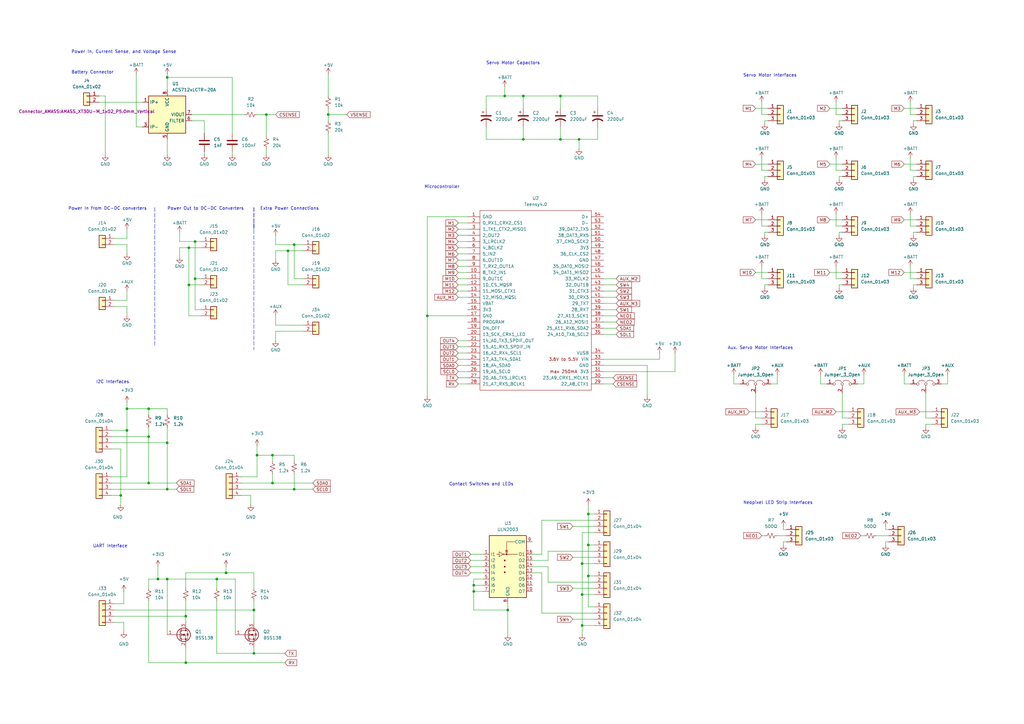
<source format=kicad_sch>
(kicad_sch (version 20211123) (generator eeschema)
  (paper "A3")
  (junction (at 76.2 252.73))
  (junction (at 241.3 236.22))
  (junction (at 77.47 101.6))
  (junction (at 120.65 100.33))
  (junction (at 238.76 231.14))
  (junction (at 229.87 39.37))
  (junction (at 49.53 203.2))
  (junction (at 241.3 210.82))
  (junction (at 77.47 116.84))
  (junction (at 52.07 176.53))
  (junction (at 68.58 237.49))
  (junction (at 105.41 186.69))
  (junction (at 80.01 114.3))
  (junction (at 208.28 250.19))
  (junction (at 111.76 186.69))
  (junction (at 194.31 242.57))
  (junction (at 214.63 57.15))
  (junction (at 237.49 57.15))
  (junction (at 109.22 46.99))
  (junction (at 238.76 256.54))
  (junction (at 76.2 271.78))
  (junction (at 238.76 243.84))
  (junction (at 68.58 200.66))
  (junction (at 92.71 234.95))
  (junction (at 118.11 102.87))
  (junction (at 111.76 198.12))
  (junction (at 207.01 39.37))
  (junction (at 104.14 250.19))
  (junction (at 175.26 129.54))
  (junction (at 80.01 99.06))
  (junction (at 88.9 237.49))
  (junction (at 60.96 198.12))
  (junction (at 60.96 167.64))
  (junction (at 68.58 181.61))
  (junction (at 60.96 179.07))
  (junction (at 52.07 167.64))
  (junction (at 241.3 223.52))
  (junction (at 104.14 267.97))
  (junction (at 214.63 39.37))
  (junction (at 229.87 57.15))
  (junction (at 194.31 240.03))
  (junction (at 64.77 237.49))
  (junction (at 120.65 200.66))
  (junction (at 68.58 31.75))
  (junction (at 134.62 46.99))
  (wire (pts (xy 199.39 44.45) (xy 199.39 39.37)))
  (wire (pts (xy 241.3 223.52) (xy 241.3 210.82)))
  (wire (pts (xy 238.76 256.54) (xy 243.84 256.54)))
  (wire (pts (xy 370.84 157.48) (xy 373.38 157.48)))
  (wire (pts (xy 247.65 132.08) (xy 252.73 132.08)))
  (wire (pts (xy 52.07 97.79) (xy 52.07 93.98)))
  (wire (pts (xy 359.41 219.71) (xy 364.49 219.71)))
  (wire (pts (xy 312.42 109.22) (xy 312.42 114.3)))
  (wire (pts (xy 49.53 184.15) (xy 45.72 184.15)))
  (wire (pts (xy 64.77 237.49) (xy 60.96 237.49)))
  (wire (pts (xy 60.96 237.49) (xy 60.96 241.3)))
  (wire (pts (xy 68.58 200.66) (xy 72.39 200.66)))
  (wire (pts (xy 238.76 218.44) (xy 238.76 231.14)))
  (wire (pts (xy 322.58 222.25) (xy 321.31 222.25)))
  (wire (pts (xy 314.96 116.84) (xy 313.69 116.84)))
  (wire (pts (xy 80.01 99.06) (xy 80.01 114.3)))
  (wire (pts (xy 76.2 265.43) (xy 76.2 271.78)))
  (wire (pts (xy 379.73 175.26) (xy 379.73 173.99)))
  (wire (pts (xy 45.72 203.2) (xy 49.53 203.2)))
  (wire (pts (xy 50.8 242.57) (xy 50.8 247.65)))
  (wire (pts (xy 104.14 246.38) (xy 104.14 250.19)))
  (wire (pts (xy 321.31 222.25) (xy 321.31 223.52)))
  (wire (pts (xy 243.84 210.82) (xy 241.3 210.82)))
  (wire (pts (xy 120.65 114.3) (xy 120.65 100.33)))
  (wire (pts (xy 124.46 100.33) (xy 120.65 100.33)))
  (wire (pts (xy 218.44 234.95) (xy 222.25 234.95)))
  (wire (pts (xy 64.77 232.41) (xy 64.77 237.49)))
  (wire (pts (xy 353.06 219.71) (xy 354.33 219.71)))
  (wire (pts (xy 120.65 189.23) (xy 120.65 186.69)))
  (wire (pts (xy 373.38 41.91) (xy 373.38 46.99)))
  (wire (pts (xy 370.84 111.76) (xy 375.92 111.76)))
  (wire (pts (xy 224.79 232.41) (xy 218.44 232.41)))
  (wire (pts (xy 187.96 119.38) (xy 191.77 119.38)))
  (wire (pts (xy 187.96 101.6) (xy 191.77 101.6)))
  (wire (pts (xy 373.38 92.71) (xy 375.92 92.71)))
  (wire (pts (xy 309.88 173.99) (xy 312.42 173.99)))
  (wire (pts (xy 113.03 133.35) (xy 124.46 133.35)))
  (wire (pts (xy 224.79 226.06) (xy 224.79 229.87)))
  (wire (pts (xy 60.96 198.12) (xy 72.39 198.12)))
  (wire (pts (xy 49.53 203.2) (xy 49.53 184.15)))
  (wire (pts (xy 312.42 92.71) (xy 314.96 92.71)))
  (wire (pts (xy 187.96 91.44) (xy 191.77 91.44)))
  (wire (pts (xy 234.95 215.9) (xy 243.84 215.9)))
  (wire (pts (xy 312.42 64.77) (xy 312.42 69.85)))
  (wire (pts (xy 134.62 46.99) (xy 134.62 49.53)))
  (wire (pts (xy 68.58 181.61) (xy 68.58 175.26)))
  (wire (pts (xy 60.96 271.78) (xy 76.2 271.78)))
  (wire (pts (xy 374.65 49.53) (xy 374.65 50.8)))
  (wire (pts (xy 342.9 87.63) (xy 342.9 92.71)))
  (wire (pts (xy 243.84 213.36) (xy 222.25 213.36)))
  (wire (pts (xy 318.77 157.48) (xy 318.77 153.67)))
  (wire (pts (xy 309.88 175.26) (xy 309.88 173.99)))
  (wire (pts (xy 187.96 106.68) (xy 191.77 106.68)))
  (wire (pts (xy 340.36 44.45) (xy 345.44 44.45)))
  (wire (pts (xy 60.96 167.64) (xy 60.96 170.18)))
  (wire (pts (xy 52.07 100.33) (xy 52.07 104.14)))
  (wire (pts (xy 105.41 182.88) (xy 105.41 186.69)))
  (wire (pts (xy 187.96 144.78) (xy 191.77 144.78)))
  (wire (pts (xy 234.95 254) (xy 243.84 254)))
  (wire (pts (xy 265.43 149.86) (xy 265.43 162.56)))
  (wire (pts (xy 68.58 30.48) (xy 68.58 31.75)))
  (wire (pts (xy 214.63 39.37) (xy 229.87 39.37)))
  (wire (pts (xy 312.42 69.85) (xy 314.96 69.85)))
  (wire (pts (xy 208.28 247.65) (xy 208.28 250.19)))
  (wire (pts (xy 76.2 255.27) (xy 76.2 252.73)))
  (wire (pts (xy 193.04 227.33) (xy 198.12 227.33)))
  (wire (pts (xy 373.38 87.63) (xy 373.38 92.71)))
  (wire (pts (xy 345.44 72.39) (xy 344.17 72.39)))
  (wire (pts (xy 237.49 57.15) (xy 237.49 60.96)))
  (wire (pts (xy 321.31 217.17) (xy 322.58 217.17)))
  (wire (pts (xy 187.96 121.92) (xy 191.77 121.92)))
  (wire (pts (xy 363.22 215.9) (xy 363.22 217.17)))
  (wire (pts (xy 345.44 175.26) (xy 345.44 173.99)))
  (wire (pts (xy 187.96 142.24) (xy 191.77 142.24)))
  (wire (pts (xy 312.42 46.99) (xy 314.96 46.99)))
  (wire (pts (xy 187.96 99.06) (xy 191.77 99.06)))
  (wire (pts (xy 238.76 243.84) (xy 238.76 256.54)))
  (wire (pts (xy 374.65 95.25) (xy 374.65 96.52)))
  (wire (pts (xy 373.38 109.22) (xy 373.38 114.3)))
  (wire (pts (xy 314.96 49.53) (xy 313.69 49.53)))
  (wire (pts (xy 50.8 255.27) (xy 50.8 259.08)))
  (wire (pts (xy 193.04 234.95) (xy 198.12 234.95)))
  (wire (pts (xy 60.96 179.07) (xy 60.96 175.26)))
  (wire (pts (xy 73.66 101.6) (xy 73.66 105.41)))
  (wire (pts (xy 77.47 116.84) (xy 77.47 101.6)))
  (wire (pts (xy 68.58 237.49) (xy 88.9 237.49)))
  (wire (pts (xy 40.64 41.91) (xy 58.42 41.91)))
  (wire (pts (xy 379.73 171.45) (xy 382.27 171.45)))
  (wire (pts (xy 214.63 44.45) (xy 214.63 39.37)))
  (wire (pts (xy 102.87 203.2) (xy 102.87 207.01)))
  (wire (pts (xy 105.41 46.99) (xy 109.22 46.99)))
  (wire (pts (xy 46.99 125.73) (xy 52.07 125.73)))
  (wire (pts (xy 82.55 114.3) (xy 80.01 114.3)))
  (wire (pts (xy 386.08 157.48) (xy 388.62 157.48)))
  (wire (pts (xy 309.88 161.29) (xy 309.88 171.45)))
  (wire (pts (xy 243.84 238.76) (xy 224.79 238.76)))
  (wire (pts (xy 68.58 260.35) (xy 68.58 237.49)))
  (wire (pts (xy 88.9 267.97) (xy 104.14 267.97)))
  (wire (pts (xy 312.42 171.45) (xy 309.88 171.45)))
  (wire (pts (xy 229.87 39.37) (xy 229.87 44.45)))
  (wire (pts (xy 187.96 109.22) (xy 191.77 109.22)))
  (wire (pts (xy 344.17 95.25) (xy 344.17 96.52)))
  (wire (pts (xy 104.14 234.95) (xy 104.14 241.3)))
  (wire (pts (xy 88.9 237.49) (xy 88.9 241.3)))
  (wire (pts (xy 52.07 167.64) (xy 52.07 176.53)))
  (wire (pts (xy 247.65 137.16) (xy 252.73 137.16)))
  (wire (pts (xy 105.41 186.69) (xy 111.76 186.69)))
  (wire (pts (xy 243.84 226.06) (xy 224.79 226.06)))
  (wire (pts (xy 309.88 44.45) (xy 314.96 44.45)))
  (wire (pts (xy 229.87 57.15) (xy 237.49 57.15)))
  (wire (pts (xy 199.39 39.37) (xy 207.01 39.37)))
  (wire (pts (xy 83.82 62.23) (xy 83.82 63.5)))
  (wire (pts (xy 300.99 157.48) (xy 303.53 157.48)))
  (wire (pts (xy 276.86 144.78) (xy 276.86 152.4)))
  (wire (pts (xy 241.3 248.92) (xy 241.3 236.22)))
  (wire (pts (xy 104.14 267.97) (xy 116.84 267.97)))
  (wire (pts (xy 78.74 46.99) (xy 100.33 46.99)))
  (wire (pts (xy 374.65 72.39) (xy 374.65 73.66)))
  (wire (pts (xy 313.69 49.53) (xy 313.69 50.8)))
  (wire (pts (xy 187.96 111.76) (xy 191.77 111.76)))
  (wire (pts (xy 78.74 49.53) (xy 83.82 49.53)))
  (wire (pts (xy 247.65 147.32) (xy 270.51 147.32)))
  (wire (pts (xy 187.96 157.48) (xy 191.77 157.48)))
  (wire (pts (xy 118.11 102.87) (xy 113.03 102.87)))
  (wire (pts (xy 247.65 129.54) (xy 252.73 129.54)))
  (wire (pts (xy 247.65 121.92) (xy 252.73 121.92)))
  (wire (pts (xy 175.26 88.9) (xy 175.26 129.54)))
  (wire (pts (xy 109.22 46.99) (xy 113.03 46.99)))
  (wire (pts (xy 113.03 133.35) (xy 113.03 129.54)))
  (wire (pts (xy 342.9 114.3) (xy 345.44 114.3)))
  (wire (pts (xy 363.22 222.25) (xy 363.22 223.52)))
  (wire (pts (xy 238.76 231.14) (xy 238.76 243.84)))
  (wire (pts (xy 208.28 250.19) (xy 208.28 260.35)))
  (wire (pts (xy 344.17 116.84) (xy 344.17 118.11)))
  (wire (pts (xy 345.44 116.84) (xy 344.17 116.84)))
  (wire (pts (xy 187.96 104.14) (xy 191.77 104.14)))
  (wire (pts (xy 313.69 116.84) (xy 313.69 118.11)))
  (wire (pts (xy 187.96 93.98) (xy 191.77 93.98)))
  (wire (pts (xy 379.73 161.29) (xy 379.73 171.45)))
  (wire (pts (xy 187.96 114.3) (xy 191.77 114.3)))
  (wire (pts (xy 80.01 99.06) (xy 73.66 99.06)))
  (wire (pts (xy 309.88 111.76) (xy 314.96 111.76)))
  (wire (pts (xy 124.46 102.87) (xy 118.11 102.87)))
  (wire (pts (xy 342.9 41.91) (xy 342.9 46.99)))
  (wire (pts (xy 270.51 147.32) (xy 270.51 144.78)))
  (wire (pts (xy 187.96 149.86) (xy 191.77 149.86)))
  (wire (pts (xy 193.04 232.41) (xy 198.12 232.41)))
  (wire (pts (xy 340.36 111.76) (xy 345.44 111.76)))
  (wire (pts (xy 194.31 240.03) (xy 194.31 242.57)))
  (wire (pts (xy 99.06 200.66) (xy 120.65 200.66)))
  (polyline (pts (xy 104.14 91.44) (xy 104.14 93.98)))
  (wire (pts (xy 321.31 215.9) (xy 321.31 217.17)))
  (wire (pts (xy 373.38 64.77) (xy 373.38 69.85)))
  (wire (pts (xy 370.84 44.45) (xy 375.92 44.45)))
  (wire (pts (xy 194.31 237.49) (xy 194.31 240.03)))
  (wire (pts (xy 120.65 200.66) (xy 128.27 200.66)))
  (wire (pts (xy 113.03 102.87) (xy 113.03 106.68)))
  (wire (pts (xy 104.14 250.19) (xy 104.14 255.27)))
  (wire (pts (xy 314.96 72.39) (xy 313.69 72.39)))
  (wire (pts (xy 45.72 181.61) (xy 68.58 181.61)))
  (wire (pts (xy 191.77 129.54) (xy 175.26 129.54)))
  (wire (pts (xy 276.86 152.4) (xy 247.65 152.4)))
  (wire (pts (xy 238.76 218.44) (xy 243.84 218.44)))
  (wire (pts (xy 50.8 247.65) (xy 46.99 247.65)))
  (wire (pts (xy 118.11 116.84) (xy 118.11 102.87)))
  (wire (pts (xy 375.92 49.53) (xy 374.65 49.53)))
  (wire (pts (xy 46.99 100.33) (xy 52.07 100.33)))
  (polyline (pts (xy 104.14 85.09) (xy 104.14 143.51)))
  (wire (pts (xy 187.96 154.94) (xy 191.77 154.94)))
  (polyline (pts (xy 104.14 85.09) (xy 104.14 93.98)))
  (wire (pts (xy 50.8 255.27) (xy 46.99 255.27)))
  (wire (pts (xy 247.65 157.48) (xy 251.46 157.48)))
  (wire (pts (xy 377.19 168.91) (xy 382.27 168.91)))
  (wire (pts (xy 73.66 99.06) (xy 73.66 95.25)))
  (wire (pts (xy 342.9 109.22) (xy 342.9 114.3)))
  (wire (pts (xy 313.69 95.25) (xy 313.69 96.52)))
  (wire (pts (xy 375.92 95.25) (xy 374.65 95.25)))
  (wire (pts (xy 375.92 116.84) (xy 374.65 116.84)))
  (wire (pts (xy 313.69 72.39) (xy 313.69 73.66)))
  (wire (pts (xy 247.65 116.84) (xy 252.73 116.84)))
  (wire (pts (xy 111.76 189.23) (xy 111.76 186.69)))
  (wire (pts (xy 375.92 72.39) (xy 374.65 72.39)))
  (wire (pts (xy 247.65 119.38) (xy 252.73 119.38)))
  (wire (pts (xy 175.26 88.9) (xy 191.77 88.9)))
  (wire (pts (xy 96.52 237.49) (xy 96.52 260.35)))
  (wire (pts (xy 120.65 186.69) (xy 111.76 186.69)))
  (wire (pts (xy 113.03 135.89) (xy 124.46 135.89)))
  (wire (pts (xy 187.96 96.52) (xy 191.77 96.52)))
  (wire (pts (xy 238.76 231.14) (xy 243.84 231.14)))
  (wire (pts (xy 234.95 228.6) (xy 243.84 228.6)))
  (wire (pts (xy 300.99 153.67) (xy 300.99 157.48)))
  (wire (pts (xy 247.65 127) (xy 252.73 127)))
  (wire (pts (xy 214.63 57.15) (xy 229.87 57.15)))
  (wire (pts (xy 238.76 256.54) (xy 238.76 260.35)))
  (wire (pts (xy 354.33 157.48) (xy 354.33 153.67)))
  (wire (pts (xy 83.82 49.53) (xy 83.82 54.61)))
  (wire (pts (xy 60.96 179.07) (xy 60.96 198.12)))
  (wire (pts (xy 345.44 161.29) (xy 345.44 171.45)))
  (wire (pts (xy 55.88 52.07) (xy 55.88 30.48)))
  (wire (pts (xy 363.22 217.17) (xy 364.49 217.17)))
  (wire (pts (xy 245.11 57.15) (xy 245.11 52.07)))
  (wire (pts (xy 68.58 167.64) (xy 60.96 167.64)))
  (wire (pts (xy 45.72 200.66) (xy 68.58 200.66)))
  (wire (pts (xy 124.46 116.84) (xy 118.11 116.84)))
  (wire (pts (xy 245.11 39.37) (xy 245.11 44.45)))
  (wire (pts (xy 312.42 219.71) (xy 313.69 219.71)))
  (wire (pts (xy 247.65 134.62) (xy 252.73 134.62)))
  (wire (pts (xy 234.95 241.3) (xy 243.84 241.3)))
  (wire (pts (xy 222.25 227.33) (xy 218.44 227.33)))
  (wire (pts (xy 193.04 229.87) (xy 198.12 229.87)))
  (wire (pts (xy 134.62 44.45) (xy 134.62 46.99)))
  (wire (pts (xy 373.38 114.3) (xy 375.92 114.3)))
  (wire (pts (xy 194.31 250.19) (xy 208.28 250.19)))
  (wire (pts (xy 229.87 39.37) (xy 245.11 39.37)))
  (wire (pts (xy 309.88 67.31) (xy 314.96 67.31)))
  (wire (pts (xy 105.41 195.58) (xy 99.06 195.58)))
  (wire (pts (xy 312.42 114.3) (xy 314.96 114.3)))
  (wire (pts (xy 88.9 246.38) (xy 88.9 267.97)))
  (wire (pts (xy 52.07 123.19) (xy 52.07 119.38)))
  (wire (pts (xy 207.01 35.56) (xy 207.01 39.37)))
  (wire (pts (xy 82.55 129.54) (xy 77.47 129.54)))
  (wire (pts (xy 80.01 127) (xy 80.01 114.3)))
  (wire (pts (xy 52.07 176.53) (xy 52.07 195.58)))
  (wire (pts (xy 198.12 237.49) (xy 194.31 237.49)))
  (wire (pts (xy 109.22 46.99) (xy 109.22 55.88)))
  (wire (pts (xy 309.88 90.17) (xy 314.96 90.17)))
  (wire (pts (xy 342.9 46.99) (xy 345.44 46.99)))
  (wire (pts (xy 370.84 67.31) (xy 375.92 67.31)))
  (wire (pts (xy 68.58 31.75) (xy 68.58 36.83)))
  (wire (pts (xy 113.03 135.89) (xy 113.03 139.7)))
  (wire (pts (xy 120.65 100.33) (xy 113.03 100.33)))
  (wire (pts (xy 187.96 116.84) (xy 191.77 116.84)))
  (wire (pts (xy 229.87 57.15) (xy 229.87 52.07)))
  (wire (pts (xy 243.84 251.46) (xy 222.25 251.46)))
  (wire (pts (xy 134.62 46.99) (xy 142.24 46.99)))
  (wire (pts (xy 247.65 124.46) (xy 252.73 124.46)))
  (wire (pts (xy 243.84 248.92) (xy 241.3 248.92)))
  (wire (pts (xy 102.87 203.2) (xy 99.06 203.2)))
  (wire (pts (xy 199.39 57.15) (xy 214.63 57.15)))
  (wire (pts (xy 92.71 234.95) (xy 104.14 234.95)))
  (wire (pts (xy 237.49 57.15) (xy 245.11 57.15)))
  (wire (pts (xy 60.96 167.64) (xy 52.07 167.64)))
  (wire (pts (xy 109.22 60.96) (xy 109.22 63.5)))
  (wire (pts (xy 345.44 173.99) (xy 347.98 173.99)))
  (wire (pts (xy 340.36 90.17) (xy 345.44 90.17)))
  (wire (pts (xy 124.46 114.3) (xy 120.65 114.3)))
  (wire (pts (xy 340.36 67.31) (xy 345.44 67.31)))
  (wire (pts (xy 46.99 250.19) (xy 104.14 250.19)))
  (wire (pts (xy 243.84 223.52) (xy 241.3 223.52)))
  (wire (pts (xy 134.62 30.48) (xy 134.62 39.37)))
  (wire (pts (xy 68.58 31.75) (xy 95.25 31.75)))
  (wire (pts (xy 92.71 232.41) (xy 92.71 234.95)))
  (wire (pts (xy 111.76 198.12) (xy 128.27 198.12)))
  (wire (pts (xy 68.58 181.61) (xy 68.58 200.66)))
  (wire (pts (xy 68.58 170.18) (xy 68.58 167.64)))
  (wire (pts (xy 364.49 222.25) (xy 363.22 222.25)))
  (wire (pts (xy 134.62 54.61) (xy 134.62 63.5)))
  (wire (pts (xy 351.79 157.48) (xy 354.33 157.48)))
  (wire (pts (xy 46.99 252.73) (xy 76.2 252.73)))
  (wire (pts (xy 95.25 62.23) (xy 95.25 63.5)))
  (wire (pts (xy 187.96 139.7) (xy 191.77 139.7)))
  (wire (pts (xy 194.31 242.57) (xy 198.12 242.57)))
  (wire (pts (xy 68.58 57.15) (xy 68.58 63.5)))
  (wire (pts (xy 222.25 251.46) (xy 222.25 234.95)))
  (wire (pts (xy 52.07 176.53) (xy 45.72 176.53)))
  (wire (pts (xy 45.72 198.12) (xy 60.96 198.12)))
  (wire (pts (xy 82.55 101.6) (xy 77.47 101.6)))
  (wire (pts (xy 76.2 234.95) (xy 92.71 234.95)))
  (wire (pts (xy 241.3 236.22) (xy 241.3 223.52)))
  (wire (pts (xy 82.55 99.06) (xy 80.01 99.06)))
  (wire (pts (xy 345.44 95.25) (xy 344.17 95.25)))
  (wire (pts (xy 104.14 265.43) (xy 104.14 267.97)))
  (wire (pts (xy 243.84 236.22) (xy 241.3 236.22)))
  (wire (pts (xy 77.47 129.54) (xy 77.47 116.84)))
  (wire (pts (xy 175.26 129.54) (xy 175.26 162.56)))
  (wire (pts (xy 45.72 179.07) (xy 60.96 179.07)))
  (wire (pts (xy 342.9 64.77) (xy 342.9 69.85)))
  (wire (pts (xy 60.96 246.38) (xy 60.96 271.78)))
  (wire (pts (xy 241.3 210.82) (xy 241.3 207.01)))
  (wire (pts (xy 58.42 52.07) (xy 55.88 52.07)))
  (wire (pts (xy 113.03 100.33) (xy 113.03 96.52)))
  (wire (pts (xy 370.84 153.67) (xy 370.84 157.48)))
  (wire (pts (xy 82.55 116.84) (xy 77.47 116.84)))
  (wire (pts (xy 379.73 173.99) (xy 382.27 173.99)))
  (wire (pts (xy 247.65 154.94) (xy 251.46 154.94)))
  (wire (pts (xy 370.84 90.17) (xy 375.92 90.17)))
  (wire (pts (xy 318.77 219.71) (xy 322.58 219.71)))
  (wire (pts (xy 187.96 147.32) (xy 191.77 147.32)))
  (wire (pts (xy 64.77 237.49) (xy 68.58 237.49)))
  (wire (pts (xy 373.38 69.85) (xy 375.92 69.85)))
  (wire (pts (xy 238.76 243.84) (xy 243.84 243.84)))
  (wire (pts (xy 312.42 87.63) (xy 312.42 92.71)))
  (wire (pts (xy 218.44 229.87) (xy 224.79 229.87)))
  (wire (pts (xy 111.76 194.31) (xy 111.76 198.12)))
  (wire (pts (xy 342.9 69.85) (xy 345.44 69.85)))
  (wire (pts (xy 224.79 238.76) (xy 224.79 232.41)))
  (wire (pts (xy 345.44 49.53) (xy 344.17 49.53)))
  (wire (pts (xy 336.55 153.67) (xy 336.55 157.48)))
  (wire (pts (xy 187.96 152.4) (xy 191.77 152.4)))
  (wire (pts (xy 194.31 242.57) (xy 194.31 250.19)))
  (polyline (pts (xy 63.5 85.09) (xy 63.5 142.24)))
  (wire (pts (xy 99.06 198.12) (xy 111.76 198.12)))
  (wire (pts (xy 312.42 41.91) (xy 312.42 46.99)))
  (wire (pts (xy 77.47 101.6) (xy 73.66 101.6)))
  (wire (pts (xy 43.18 39.37) (xy 40.64 39.37)))
  (wire (pts (xy 76.2 241.3) (xy 76.2 234.95)))
  (wire (pts (xy 52.07 165.1) (xy 52.07 167.64)))
  (wire (pts (xy 46.99 123.19) (xy 52.07 123.19)))
  (wire (pts (xy 120.65 194.31) (xy 120.65 200.66)))
  (wire (pts (xy 105.41 186.69) (xy 105.41 195.58)))
  (wire (pts (xy 76.2 246.38) (xy 76.2 252.73)))
  (wire (pts (xy 374.65 116.84) (xy 374.65 118.11)))
  (wire (pts (xy 214.63 57.15) (xy 214.63 52.07)))
  (wire (pts (xy 43.18 39.37) (xy 43.18 63.5)))
  (wire (pts (xy 336.55 157.48) (xy 339.09 157.48)))
  (wire (pts (xy 82.55 127) (xy 80.01 127)))
  (wire (pts (xy 314.96 95.25) (xy 313.69 95.25)))
  (wire (pts (xy 344.17 49.53) (xy 344.17 50.8)))
  (wire (pts (xy 342.9 168.91) (xy 347.98 168.91)))
  (wire (pts (xy 373.38 46.99) (xy 375.92 46.99)))
  (wire (pts (xy 342.9 92.71) (xy 345.44 92.71)))
  (wire (pts (xy 247.65 149.86) (xy 265.43 149.86)))
  (wire (pts (xy 199.39 52.07) (xy 199.39 57.15)))
  (wire (pts (xy 207.01 39.37) (xy 214.63 39.37)))
  (wire (pts (xy 388.62 157.48) (xy 388.62 153.67)))
  (wire (pts (xy 49.53 203.2) (xy 49.53 207.01)))
  (wire (pts (xy 347.98 171.45) (xy 345.44 171.45)))
  (wire (pts (xy 52.07 195.58) (xy 45.72 195.58)))
  (wire (pts (xy 46.99 97.79) (xy 52.07 97.79)))
  (wire (pts (xy 307.34 168.91) (xy 312.42 168.91)))
  (wire (pts (xy 194.31 240.03) (xy 198.12 240.03)))
  (wire (pts (xy 95.25 31.75) (xy 95.25 54.61)))
  (wire (pts (xy 316.23 157.48) (xy 318.77 157.48)))
  (wire (pts (xy 247.65 114.3) (xy 252.73 114.3)))
  (wire (pts (xy 96.52 237.49) (xy 88.9 237.49)))
  (wire (pts (xy 52.07 125.73) (xy 52.07 129.54)))
  (wire (pts (xy 344.17 72.39) (xy 344.17 73.66)))
  (wire (pts (xy 222.25 213.36) (xy 222.25 227.33)))
  (wire (pts (xy 76.2 271.78) (xy 116.84 271.78)))
  (text "Power In from DC-DC converters\n" (at 27.94 86.36 0) (effects (font (size 1.27 1.27)) (justify left bottom)))
  (text "Power Out to DC-DC Converters\n" (at 68.58 86.36 0) (effects (font (size 1.27 1.27)) (justify left bottom)))
  (text "Aux. Servo Motor Interfaces" (at 298.45 143.51 0) (effects (font (size 1.27 1.27)) (justify left bottom)))
  (text "Power In, Current Sense, and Voltage Sense\n\n" (at 29.21 24.13 0) (effects (font (size 1.27 1.27)) (justify left bottom)))
  (text "Servo Motor Capactors" (at 199.39 26.67 0) (effects (font (size 1.27 1.27)) (justify left bottom)))
  (text "Neopixel LED Strip Interfaces" (at 304.8 207.01 0) (effects (font (size 1.27 1.27)) (justify left bottom)))
  (text "Servo Motor Interfaces" (at 304.8 31.75 0) (effects (font (size 1.27 1.27)) (justify left bottom)))
  (text "UART Interface" (at 38.1 224.79 0) (effects (font (size 1.27 1.27)) (justify left bottom)))
  (text "Battery Connector" (at 29.21 30.48 0) (effects (font (size 1.27 1.27)) (justify left bottom)))
  (text "Contact Switches and LEDs" (at 184.15 199.39 0) (effects (font (size 1.27 1.27)) (justify left bottom)))
  (text "I2C Interfaces" (at 39.37 157.48 0) (effects (font (size 1.27 1.27)) (justify left bottom)))
  (text "Extra Power Connections\n" (at 106.68 86.36 0) (effects (font (size 1.27 1.27)) (justify left bottom)))
  (text "Microcontroller" (at 173.99 77.47 0) (effects (font (size 1.27 1.27)) (justify left bottom)))
  (global_label "M7" (shape input) (at 187.96 106.68 180) (property "Intersheet References" "${INTERSHEET_REFS}" (effects hide)))
  (global_label "M9" (shape input) (at 370.84 90.17 180) (property "Intersheet References" "${INTERSHEET_REFS}" (effects hide)))
  (global_label "AUX_M1" (shape input) (at 187.96 121.92 180) (property "Intersheet References" "${INTERSHEET_REFS}" (effects hide)))
  (global_label "M5" (shape input) (at 187.96 101.6 180) (property "Intersheet References" "${INTERSHEET_REFS}" (effects hide)))
  (global_label "M8" (shape input) (at 187.96 109.22 180) (property "Intersheet References" "${INTERSHEET_REFS}" (effects hide)))
  (global_label "AUX_M3" (shape input) (at 252.73 124.46 0) (property "Intersheet References" "${INTERSHEET_REFS}" (effects hide)))
  (global_label "SCL0" (shape input) (at 128.27 200.66 0) (property "Intersheet References" "${INTERSHEET_REFS}" (effects hide)))
  (global_label "M4" (shape input) (at 309.88 67.31 180) (property "Intersheet References" "${INTERSHEET_REFS}" (effects hide)))
  (global_label "SDL1" (shape input) (at 252.73 137.16 0) (property "Intersheet References" "${INTERSHEET_REFS}" (effects hide)))
  (global_label "M5" (shape input) (at 340.36 67.31 180) (property "Intersheet References" "${INTERSHEET_REFS}" (effects hide)))
  (global_label "CSENSE" (shape input) (at 113.03 46.99 0) (property "Intersheet References" "${INTERSHEET_REFS}" (effects hide)))
  (global_label "OUT2" (shape input) (at 187.96 144.78 180) (property "Intersheet References" "${INTERSHEET_REFS}" (effects hide)))
  (global_label "AUX_M3" (shape input) (at 377.19 168.91 180) (property "Intersheet References" "${INTERSHEET_REFS}" (effects hide)))
  (global_label "SW3" (shape input) (at 234.95 241.3 180) (property "Intersheet References" "${INTERSHEET_REFS}" (effects hide)))
  (global_label "M3" (shape input) (at 370.84 44.45 180) (property "Intersheet References" "${INTERSHEET_REFS}" (effects hide)))
  (global_label "TX" (shape input) (at 116.84 267.97 0) (property "Intersheet References" "${INTERSHEET_REFS}" (effects hide)))
  (global_label "OUT4" (shape input) (at 187.96 139.7 180) (property "Intersheet References" "${INTERSHEET_REFS}" (effects hide)))
  (global_label "M6" (shape input) (at 187.96 104.14 180) (property "Intersheet References" "${INTERSHEET_REFS}" (effects hide)))
  (global_label "AUX_M1" (shape input) (at 307.34 168.91 180) (property "Intersheet References" "${INTERSHEET_REFS}" (effects hide)))
  (global_label "SDA0" (shape input) (at 187.96 149.86 180) (property "Intersheet References" "${INTERSHEET_REFS}" (effects hide)))
  (global_label "M1" (shape input) (at 187.96 91.44 180) (property "Intersheet References" "${INTERSHEET_REFS}" (effects hide)))
  (global_label "SDA1" (shape input) (at 72.39 198.12 0) (property "Intersheet References" "${INTERSHEET_REFS}" (effects hide)))
  (global_label "NEO1" (shape input) (at 312.42 219.71 180) (property "Intersheet References" "${INTERSHEET_REFS}" (effects hide)))
  (global_label "SDA1" (shape input) (at 252.73 134.62 0) (property "Intersheet References" "${INTERSHEET_REFS}" (effects hide)))
  (global_label "OUT1" (shape input) (at 187.96 147.32 180) (property "Intersheet References" "${INTERSHEET_REFS}" (effects hide)))
  (global_label "M10" (shape input) (at 187.96 114.3 180) (property "Intersheet References" "${INTERSHEET_REFS}" (effects hide)))
  (global_label "RX" (shape input) (at 187.96 157.48 180) (property "Intersheet References" "${INTERSHEET_REFS}" (effects hide)))
  (global_label "SW4" (shape input) (at 252.73 116.84 0) (property "Intersheet References" "${INTERSHEET_REFS}" (effects hide)))
  (global_label "SCL0" (shape input) (at 187.96 152.4 180) (property "Intersheet References" "${INTERSHEET_REFS}" (effects hide)))
  (global_label "M2" (shape input) (at 187.96 93.98 180) (property "Intersheet References" "${INTERSHEET_REFS}" (effects hide)))
  (global_label "OUT3" (shape input) (at 193.04 232.41 180) (property "Intersheet References" "${INTERSHEET_REFS}" (effects hide)))
  (global_label "M12" (shape input) (at 370.84 111.76 180) (property "Intersheet References" "${INTERSHEET_REFS}" (effects hide)))
  (global_label "SDA0" (shape input) (at 128.27 198.12 0) (property "Intersheet References" "${INTERSHEET_REFS}" (effects hide)))
  (global_label "AUX_M2" (shape input) (at 342.9 168.91 180) (property "Intersheet References" "${INTERSHEET_REFS}" (effects hide)))
  (global_label "SDL1" (shape input) (at 72.39 200.66 0) (property "Intersheet References" "${INTERSHEET_REFS}" (effects hide)))
  (global_label "M4" (shape input) (at 187.96 99.06 180) (property "Intersheet References" "${INTERSHEET_REFS}" (effects hide)))
  (global_label "OUT3" (shape input) (at 187.96 142.24 180) (property "Intersheet References" "${INTERSHEET_REFS}" (effects hide)))
  (global_label "M3" (shape input) (at 187.96 96.52 180) (property "Intersheet References" "${INTERSHEET_REFS}" (effects hide)))
  (global_label "TX" (shape input) (at 187.96 154.94 180) (property "Intersheet References" "${INTERSHEET_REFS}" (effects hide)))
  (global_label "M12" (shape input) (at 187.96 119.38 180) (property "Intersheet References" "${INTERSHEET_REFS}" (effects hide)))
  (global_label "SW3" (shape input) (at 252.73 121.92 0) (property "Intersheet References" "${INTERSHEET_REFS}" (effects hide)))
  (global_label "CSENSE" (shape input) (at 251.46 157.48 0) (property "Intersheet References" "${INTERSHEET_REFS}" (effects hide)))
  (global_label "NEO1" (shape input) (at 252.73 129.54 0) (property "Intersheet References" "${INTERSHEET_REFS}" (effects hide)))
  (global_label "RX" (shape input) (at 116.84 271.78 0) (property "Intersheet References" "${INTERSHEET_REFS}" (effects hide)))
  (global_label "OUT1" (shape input) (at 193.04 227.33 180) (property "Intersheet References" "${INTERSHEET_REFS}" (effects hide)))
  (global_label "M7" (shape input) (at 309.88 90.17 180) (property "Intersheet References" "${INTERSHEET_REFS}" (effects hide)))
  (global_label "M2" (shape input) (at 340.36 44.45 180) (property "Intersheet References" "${INTERSHEET_REFS}" (effects hide)))
  (global_label "SW2" (shape input) (at 252.73 119.38 0) (property "Intersheet References" "${INTERSHEET_REFS}" (effects hide)))
  (global_label "OUT2" (shape input) (at 193.04 229.87 180) (property "Intersheet References" "${INTERSHEET_REFS}" (effects hide)))
  (global_label "VSENSE" (shape input) (at 142.24 46.99 0) (property "Intersheet References" "${INTERSHEET_REFS}" (effects hide)))
  (global_label "M1" (shape input) (at 309.88 44.45 180) (property "Intersheet References" "${INTERSHEET_REFS}" (effects hide)))
  (global_label "AUX_M2" (shape input) (at 252.73 114.3 0) (property "Intersheet References" "${INTERSHEET_REFS}" (effects hide)))
  (global_label "NEO2" (shape input) (at 252.73 132.08 0) (property "Intersheet References" "${INTERSHEET_REFS}" (effects hide)))
  (global_label "NEO2" (shape input) (at 353.06 219.71 180) (property "Intersheet References" "${INTERSHEET_REFS}" (effects hide)))
  (global_label "M11" (shape input) (at 340.36 111.76 180) (property "Intersheet References" "${INTERSHEET_REFS}" (effects hide)))
  (global_label "M6" (shape input) (at 370.84 67.31 180) (property "Intersheet References" "${INTERSHEET_REFS}" (effects hide)))
  (global_label "VSENSE" (shape input) (at 251.46 154.94 0) (property "Intersheet References" "${INTERSHEET_REFS}" (effects hide)))
  (global_label "M10" (shape input) (at 309.88 111.76 180) (property "Intersheet References" "${INTERSHEET_REFS}" (effects hide)))
  (global_label "M8" (shape input) (at 340.36 90.17 180) (property "Intersheet References" "${INTERSHEET_REFS}" (effects hide)))
  (global_label "M9" (shape input) (at 187.96 111.76 180) (property "Intersheet References" "${INTERSHEET_REFS}" (effects hide)))
  (global_label "M11" (shape input) (at 187.96 116.84 180) (property "Intersheet References" "${INTERSHEET_REFS}" (effects hide)))
  (global_label "SW2" (shape input) (at 234.95 228.6 180) (property "Intersheet References" "${INTERSHEET_REFS}" (effects hide)))
  (global_label "SW4" (shape input) (at 234.95 254 180) (property "Intersheet References" "${INTERSHEET_REFS}" (effects hide)))
  (global_label "OUT4" (shape input) (at 193.04 234.95 180) (property "Intersheet References" "${INTERSHEET_REFS}" (effects hide)))
  (global_label "SW1" (shape input) (at 234.95 215.9 180) (property "Intersheet References" "${INTERSHEET_REFS}" (effects hide)))
  (global_label "SW1" (shape input) (at 252.73 127 0) (property "Intersheet References" "${INTERSHEET_REFS}" (effects hide)))
  (symbol (lib_id "power:GND") (at 374.65 73.66 0) (unit 1)
    (property "Reference" "#PWR016" (effects hide))
    (property "Value" "GND" (at 374.65 77.47 0))
  )
  (symbol (lib_id "power:+5V") (at 134.62 30.48 0) (unit 1)
    (property "Reference" "#PWR010" (effects hide))
    (property "Value" "+5V" (at 134.62 26.67 0))
  )
  (symbol (lib_id "Transistor_FET:BSS138") (at 101.6 260.35 0) (unit 1)
    (property "Reference" "Q2" (at 107.95 259.0799 0) (effects (justify left)))
    (property "Value" "BSS138" (at 107.95 261.6199 0) (effects (justify left)))
    (property "Footprint" "Package_TO_SOT_SMD:SOT-23" (effects hide))
    (property "Datasheet" "https://www.onsemi.com/pub/Collateral/BSS138-D.PDF" (effects hide))
  )
  (symbol (lib_id "power:+5V") (at 92.71 232.41 0) (unit 1)
    (property "Reference" "#PWR062" (effects hide))
    (property "Value" "+5V" (at 92.71 227.33 0))
  )
  (symbol (lib_id "power:GND") (at 52.07 129.54 0) (unit 1)
    (property "Reference" "#PWR048" (effects hide))
    (property "Value" "GND" (at 52.07 133.35 0))
  )
  (symbol (lib_id "Transistor_Array:ULN2003") (at 208.28 232.41 0) (unit 1)
    (property "Reference" "U3" (at 208.28 214.63 0))
    (property "Value" "ULN2003" (at 208.28 217.17 0))
    (property "Footprint" "Package_SO:SOIC-16_3.9x9.9mm_P1.27mm" (effects hide))
    (property "Datasheet" "http://www.ti.com/lit/ds/symlink/uln2003a.pdf" (effects hide))
  )
  (symbol (lib_id "power:GND") (at 43.18 63.5 0) (unit 1)
    (property "Reference" "#PWR019" (effects hide))
    (property "Value" "GND" (at 43.18 67.31 0))
  )
  (symbol (lib_id "power:+BATT") (at 373.38 41.91 0) (unit 1)
    (property "Reference" "#PWR03" (effects hide))
    (property "Value" "+BATT" (at 373.38 38.1 0))
  )
  (symbol (lib_id "Connector_Generic:Conn_01x03") (at 381 92.71 0) (unit 1)
    (property "Reference" "J10" (at 383.54 91.4399 0) (effects (justify left)))
    (property "Value" "Conn_01x03" (at 383.54 93.9799 0) (effects (justify left)))
    (property "Footprint" "Connector_PinHeader_2.54mm:PinHeader_1x03_P2.54mm_Vertical" (effects hide))
  )
  (symbol (lib_id "power:GND") (at 344.17 96.52 0) (unit 1)
    (property "Reference" "#PWR028" (effects hide))
    (property "Value" "GND" (at 344.17 100.33 0))
  )
  (symbol (lib_id "Connector_Generic:Conn_01x04") (at 248.92 238.76 0) (unit 1)
    (property "Reference" "J31" (at 251.46 238.7599 0) (effects (justify left)))
    (property "Value" "Conn_01x04" (at 251.46 241.2999 0) (effects (justify left)))
    (property "Footprint" "Connector_PinHeader_2.54mm:PinHeader_1x04_P2.54mm_Vertical" (effects hide))
  )
  (symbol (lib_id "Connector_Generic:Conn_01x03") (at 369.57 219.71 0) (unit 1)
    (property "Reference" "J26" (at 372.11 218.4399 0) (effects (justify left)))
    (property "Value" "Conn_01x03" (at 372.11 220.9799 0) (effects (justify left)))
    (property "Footprint" "Connector_PinHeader_2.54mm:PinHeader_1x03_P2.54mm_Vertical" (effects hide))
  )
  (symbol (lib_id "power:+BATT") (at 342.9 87.63 0) (unit 1)
    (property "Reference" "#PWR025" (effects hide))
    (property "Value" "+BATT" (at 342.9 83.82 0))
  )
  (symbol (lib_id "power:+BATT") (at 336.55 153.67 0) (unit 1)
    (property "Reference" "#PWR036" (effects hide))
    (property "Value" "+BATT" (at 336.55 149.86 0))
  )
  (symbol (lib_id "power:GND") (at 83.82 63.5 0) (unit 1)
    (property "Reference" "#PWR021" (effects hide))
    (property "Value" "GND" (at 83.82 67.31 0))
  )
  (symbol (lib_id "Connector_Generic:Conn_01x04") (at 248.92 251.46 0) (unit 1)
    (property "Reference" "J32" (at 251.46 251.4599 0) (effects (justify left)))
    (property "Value" "Conn_01x04" (at 251.46 253.9999 0) (effects (justify left)))
    (property "Footprint" "Connector_PinHeader_2.54mm:PinHeader_1x04_P2.54mm_Vertical" (effects hide))
  )
  (symbol (lib_id "power:+BATT") (at 373.38 87.63 0) (unit 1)
    (property "Reference" "#PWR026" (effects hide))
    (property "Value" "+BATT" (at 373.38 83.82 0))
  )
  (symbol (lib_id "Connector_Generic:Conn_01x02") (at 87.63 114.3 0) (unit 1)
    (property "Reference" "J21" (at 87.63 107.95 0))
    (property "Value" "Conn_01x02" (at 87.63 110.49 0))
    (property "Footprint" "Connector_PinHeader_2.54mm:PinHeader_1x02_P2.54mm_Vertical" (effects hide))
  )
  (symbol (lib_id "Connector_Generic:Conn_01x04") (at 40.64 198.12 0) (mirror y) (unit 1)
    (property "Reference" "J30" (at 40.64 189.23 0))
    (property "Value" "Conn_01x04" (at 40.64 191.77 0))
    (property "Footprint" "Connector_PinHeader_2.54mm:PinHeader_1x04_P2.54mm_Vertical" (effects hide))
  )
  (symbol (lib_id "Connector_Generic:Conn_01x03") (at 320.04 114.3 0) (unit 1)
    (property "Reference" "J11" (at 322.58 113.0299 0) (effects (justify left)))
    (property "Value" "Conn_01x03" (at 322.58 115.5699 0) (effects (justify left)))
    (property "Footprint" "Connector_PinHeader_2.54mm:PinHeader_1x03_P2.54mm_Vertical" (effects hide))
  )
  (symbol (lib_id "Connector_Generic:Conn_01x02") (at 41.91 123.19 0) (mirror y) (unit 1)
    (property "Reference" "J20" (at 41.91 116.84 0))
    (property "Value" "Conn_01x02" (at 41.91 119.38 0))
    (property "Footprint" "Connector_PinHeader_2.54mm:PinHeader_1x02_P2.54mm_Vertical" (effects hide))
  )
  (symbol (lib_id "Device:R_Small_US") (at 76.2 243.84 0) (unit 1)
    (property "Reference" "R12" (at 78.74 242.5699 0) (effects (justify left)))
    (property "Value" "10k" (at 78.74 245.1099 0) (effects (justify left)))
    (property "Footprint" "Resistor_SMD:R_1206_3216Metric_Pad1.30x1.75mm_HandSolder" (effects hide))
  )
  (symbol (lib_id "power:GND") (at 134.62 63.5 0) (unit 1)
    (property "Reference" "#PWR017" (effects hide))
    (property "Value" "GND" (at 134.62 67.31 0))
  )
  (symbol (lib_id "Device:R_Small_US") (at 102.87 46.99 90) (unit 1)
    (property "Reference" "R2" (at 102.87 40.64 90))
    (property "Value" "10k" (at 102.87 43.18 90))
    (property "Footprint" "Resistor_SMD:R_1206_3216Metric_Pad1.30x1.75mm_HandSolder" (effects hide))
  )
  (symbol (lib_id "power:GND") (at 50.8 259.08 0) (unit 1)
    (property "Reference" "#PWR066" (effects hide))
    (property "Value" "GND" (at 50.8 264.16 0))
  )
  (symbol (lib_id "Sensor_Current:ACS712xLCTR-20A") (at 68.58 46.99 0) (unit 1)
    (property "Reference" "U1" (at 70.5994 34.29 0) (effects (justify left)))
    (property "Value" "ACS712xLCTR-20A" (at 70.5994 36.83 0) (effects (justify left)))
    (property "Footprint" "Package_SO:SOIC-8_3.9x4.9mm_P1.27mm" (effects hide))
    (property "Datasheet" "http://www.allegromicro.com/~/media/Files/Datasheets/ACS712-Datasheet.ashx?la=en" (effects hide))
  )
  (symbol (lib_id "power:GND") (at 363.22 223.52 0) (unit 1)
    (property "Reference" "#PWR056" (effects hide))
    (property "Value" "GND" (at 363.22 227.33 0))
  )
  (symbol (lib_id "power:+BATT") (at 370.84 153.67 0) (unit 1)
    (property "Reference" "#PWR068" (effects hide))
    (property "Value" "+BATT" (at 370.84 149.86 0))
  )
  (symbol (lib_id "Connector_Generic:Conn_01x03") (at 350.52 69.85 0) (unit 1)
    (property "Reference" "J6" (at 353.06 68.5799 0) (effects (justify left)))
    (property "Value" "Conn_01x03" (at 353.06 71.1199 0) (effects (justify left)))
    (property "Footprint" "Connector_PinHeader_2.54mm:PinHeader_1x03_P2.54mm_Vertical" (effects hide))
  )
  (symbol (lib_id "general:+AUX") (at 388.62 153.67 0) (unit 1)
    (property "Reference" "#PWR069" (effects hide))
    (property "Value" "+AUX" (at 388.62 149.86 0))
  )
  (symbol (lib_id "power:GND") (at 344.17 50.8 0) (unit 1)
    (property "Reference" "#PWR07" (effects hide))
    (property "Value" "GND" (at 344.17 54.61 0))
  )
  (symbol (lib_id "Connector_Generic:Conn_01x03") (at 350.52 46.99 0) (unit 1)
    (property "Reference" "J2" (at 353.06 45.7199 0) (effects (justify left)))
    (property "Value" "Conn_01x03" (at 353.06 48.2599 0) (effects (justify left)))
    (property "Footprint" "Connector_PinHeader_2.54mm:PinHeader_1x03_P2.54mm_Vertical" (effects hide))
  )
  (symbol (lib_id "Connector_Generic:Conn_01x02") (at 129.54 100.33 0) (unit 1)
    (property "Reference" "J16" (at 129.54 93.98 0))
    (property "Value" "Conn_01x02" (at 129.54 96.52 0))
    (property "Footprint" "Connector_PinHeader_2.54mm:PinHeader_1x02_P2.54mm_Vertical" (effects hide))
  )
  (symbol (lib_id "Connector_Generic:Conn_01x04") (at 41.91 250.19 0) (mirror y) (unit 1)
    (property "Reference" "J33" (at 41.91 241.3 0))
    (property "Value" "Conn_01x04" (at 41.91 243.84 0))
    (property "Footprint" "Connector_PinHeader_2.54mm:PinHeader_1x04_P2.54mm_Vertical" (effects hide))
  )
  (symbol (lib_id "power:+5V") (at 363.22 215.9 0) (unit 1)
    (property "Reference" "#PWR054" (effects hide))
    (property "Value" "+5V" (at 363.22 210.82 0))
  )
  (symbol (lib_id "power:+5V") (at 68.58 30.48 0) (unit 1)
    (property "Reference" "#PWR05" (effects hide))
    (property "Value" "+5V" (at 68.58 26.67 0))
  )
  (symbol (lib_id "power:GND") (at 313.69 118.11 0) (unit 1)
    (property "Reference" "#PWR033" (effects hide))
    (property "Value" "GND" (at 313.69 121.92 0))
  )
  (symbol (lib_id "Device:C_Polarized_US") (at 199.39 48.26 0) (unit 1)
    (property "Reference" "C1" (at 203.2 46.3549 0) (effects (justify left)))
    (property "Value" "2200uF" (at 203.2 48.8949 0) (effects (justify left)))
    (property "Footprint" "Capacitor_THT:CP_Radial_D10.0mm_P5.00mm" (effects hide))
  )
  (symbol (lib_id "power:GND") (at 113.03 139.7 0) (unit 1)
    (property "Reference" "#PWR050" (effects hide))
    (property "Value" "GND" (at 113.03 143.51 0))
  )
  (symbol (lib_id "power:+5V") (at 113.03 96.52 0) (mirror y) (unit 1)
    (property "Reference" "#PWR040" (effects hide))
    (property "Value" "+5V" (at 113.03 92.71 0))
  )
  (symbol (lib_id "Device:R_Small_US") (at 68.58 172.72 0) (unit 1)
    (property "Reference" "R10" (at 71.12 171.4499 0) (effects (justify left)))
    (property "Value" "1.2k" (at 71.12 173.9899 0) (effects (justify left)))
    (property "Footprint" "Resistor_SMD:R_1206_3216Metric_Pad1.30x1.75mm_HandSolder" (effects hide))
  )
  (symbol (lib_id "power:+5V") (at 270.51 144.78 0) (unit 1)
    (property "Reference" "#PWR0103" (effects hide))
    (property "Value" "+5V" (at 270.51 140.97 0))
  )
  (symbol (lib_id "Device:R_Small_US") (at 104.14 243.84 0) (unit 1)
    (property "Reference" "R14" (at 106.68 242.5699 0) (effects (justify left)))
    (property "Value" "10k" (at 106.68 245.1099 0) (effects (justify left)))
    (property "Footprint" "Resistor_SMD:R_1206_3216Metric_Pad1.30x1.75mm_HandSolder" (effects hide))
  )
  (symbol (lib_id "general:+AUX") (at 354.33 153.67 0) (unit 1)
    (property "Reference" "#PWR037" (effects hide))
    (property "Value" "+AUX" (at 354.33 149.86 0))
  )
  (symbol (lib_id "Device:R_Small_US") (at 111.76 191.77 0) (unit 1)
    (property "Reference" "R5" (at 114.3 190.4999 0) (effects (justify left)))
    (property "Value" "1.2k" (at 114.3 193.0399 0) (effects (justify left)))
    (property "Footprint" "Resistor_SMD:R_1206_3216Metric_Pad1.30x1.75mm_HandSolder" (effects hide))
  )
  (symbol (lib_id "Device:R_Small_US") (at 60.96 243.84 0) (unit 1)
    (property "Reference" "R11" (at 63.5 242.5699 0) (effects (justify left)))
    (property "Value" "10k" (at 63.5 245.1099 0) (effects (justify left)))
    (property "Footprint" "Resistor_SMD:R_1206_3216Metric_Pad1.30x1.75mm_HandSolder" (effects hide))
  )
  (symbol (lib_id "Teensy:Teensy4.0") (at 219.71 123.19 0) (unit 1)
    (property "Reference" "U2" (at 219.71 81.28 0))
    (property "Value" "Teensy4.0" (at 219.71 83.82 0))
    (property "Footprint" "Teensy:Teensy40" (effects hide))
  )
  (symbol (lib_id "Connector_Generic:Conn_01x02") (at 87.63 99.06 0) (unit 1)
    (property "Reference" "J15" (at 87.63 92.71 0))
    (property "Value" "Conn_01x02" (at 87.63 95.25 0))
    (property "Footprint" "Connector_PinHeader_2.54mm:PinHeader_1x02_P2.54mm_Vertical" (effects hide))
  )
  (symbol (lib_id "Connector_Generic:Conn_01x04") (at 248.92 226.06 0) (unit 1)
    (property "Reference" "J29" (at 251.46 226.0599 0) (effects (justify left)))
    (property "Value" "Conn_01x04" (at 251.46 228.5999 0) (effects (justify left)))
    (property "Footprint" "Connector_PinHeader_2.54mm:PinHeader_1x04_P2.54mm_Vertical" (effects hide))
  )
  (symbol (lib_id "Transistor_FET:BSS138") (at 73.66 260.35 0) (unit 1)
    (property "Reference" "Q1" (at 80.01 259.0799 0) (effects (justify left)))
    (property "Value" "BSS138" (at 80.01 261.6199 0) (effects (justify left)))
    (property "Footprint" "Package_TO_SOT_SMD:SOT-23" (effects hide))
    (property "Datasheet" "https://www.onsemi.com/pub/Collateral/BSS138-D.PDF" (effects hide))
  )
  (symbol (lib_id "Jumper:Jumper_3_Open") (at 345.44 157.48 0) (unit 1)
    (property "Reference" "JP1" (at 345.44 151.13 0))
    (property "Value" "Jumper_3_Open" (at 345.44 153.67 0))
    (property "Footprint" "Connector_PinHeader_2.54mm:PinHeader_1x03_P2.54mm_Vertical" (effects hide))
  )
  (symbol (lib_id "power:+BATT") (at 312.42 109.22 0) (unit 1)
    (property "Reference" "#PWR030" (effects hide))
    (property "Value" "+BATT" (at 312.42 105.41 0))
  )
  (symbol (lib_id "power:+BATT") (at 300.99 153.67 0) (unit 1)
    (property "Reference" "#PWR051" (effects hide))
    (property "Value" "+BATT" (at 300.99 149.86 0))
  )
  (symbol (lib_id "Connector_Generic:Conn_01x02") (at 41.91 97.79 0) (mirror y) (unit 1)
    (property "Reference" "J14" (at 41.91 91.44 0))
    (property "Value" "Conn_01x02" (at 41.91 93.98 0))
    (property "Footprint" "Connector_PinHeader_2.54mm:PinHeader_1x02_P2.54mm_Vertical" (effects hide))
  )
  (symbol (lib_id "general:+AUX") (at 318.77 153.67 0) (unit 1)
    (property "Reference" "#PWR067" (effects hide))
    (property "Value" "+AUX" (at 318.77 149.86 0))
  )
  (symbol (lib_id "Device:C_Polarized_US") (at 214.63 48.26 0) (unit 1)
    (property "Reference" "C2" (at 218.44 46.3549 0) (effects (justify left)))
    (property "Value" "2200uF" (at 218.44 48.8949 0) (effects (justify left)))
    (property "Footprint" "Capacitor_THT:CP_Radial_D10.0mm_P5.00mm" (effects hide))
  )
  (symbol (lib_id "Connector_Generic:Conn_01x04") (at 93.98 198.12 0) (mirror y) (unit 1)
    (property "Reference" "J24" (at 93.98 189.23 0))
    (property "Value" "Conn_01x04" (at 93.98 191.77 0))
    (property "Footprint" "Connector_PinHeader_2.54mm:PinHeader_1x04_P2.54mm_Vertical" (effects hide))
  )
  (symbol (lib_id "power:GND") (at 49.53 207.01 0) (unit 1)
    (property "Reference" "#PWR060" (effects hide))
    (property "Value" "GND" (at 48.26 212.09 0))
  )
  (symbol (lib_id "Connector_Generic:Conn_01x02") (at 35.56 39.37 0) (mirror y) (unit 1)
    (property "Reference" "J4" (at 35.56 33.02 0))
    (property "Value" "Conn_01x02" (at 35.56 35.56 0))
    (property "Footprint" "Connector_AMASS:AMASS_XT30U-M_1x02_P5.0mm_Vertical" (at 35.56 45.72 0))
  )
  (symbol (lib_id "power:+3.3V") (at 52.07 165.1 0) (unit 1)
    (property "Reference" "#PWR058" (effects hide))
    (property "Value" "+3.3V" (at 52.07 160.02 0))
  )
  (symbol (lib_id "Device:C_Polarized_US") (at 229.87 48.26 0) (unit 1)
    (property "Reference" "C3" (at 233.68 46.3549 0) (effects (justify left)))
    (property "Value" "2200uF" (at 233.68 48.8949 0) (effects (justify left)))
    (property "Footprint" "Capacitor_THT:CP_Radial_D10.0mm_P5.00mm" (effects hide))
  )
  (symbol (lib_id "Device:R_Small_US") (at 134.62 41.91 0) (unit 1)
    (property "Reference" "R1" (at 137.16 40.6399 0) (effects (justify left)))
    (property "Value" "10k" (at 137.16 43.1799 0) (effects (justify left)))
    (property "Footprint" "Resistor_SMD:R_1206_3216Metric_Pad1.30x1.75mm_HandSolder" (effects hide))
  )
  (symbol (lib_id "power:GND") (at 265.43 162.56 0) (unit 1)
    (property "Reference" "#PWR0102" (effects hide))
    (property "Value" "GND" (at 265.43 166.37 0))
  )
  (symbol (lib_id "power:GND") (at 313.69 73.66 0) (unit 1)
    (property "Reference" "#PWR014" (effects hide))
    (property "Value" "GND" (at 313.69 77.47 0))
  )
  (symbol (lib_id "power:GND") (at 313.69 50.8 0) (unit 1)
    (property "Reference" "#PWR06" (effects hide))
    (property "Value" "GND" (at 313.69 54.61 0))
  )
  (symbol (lib_id "power:GND") (at 208.28 260.35 0) (unit 1)
    (property "Reference" "#PWR063" (effects hide))
    (property "Value" "GND" (at 208.28 264.16 0))
  )
  (symbol (lib_id "power:GND") (at 68.58 63.5 0) (unit 1)
    (property "Reference" "#PWR020" (effects hide))
    (property "Value" "GND" (at 68.58 67.31 0))
  )
  (symbol (lib_id "Connector_Generic:Conn_01x03") (at 381 69.85 0) (unit 1)
    (property "Reference" "J7" (at 383.54 68.5799 0) (effects (justify left)))
    (property "Value" "Conn_01x03" (at 383.54 71.1199 0) (effects (justify left)))
    (property "Footprint" "Connector_PinHeader_2.54mm:PinHeader_1x03_P2.54mm_Vertical" (effects hide))
  )
  (symbol (lib_id "power:GND") (at 52.07 104.14 0) (unit 1)
    (property "Reference" "#PWR041" (effects hide))
    (property "Value" "GND" (at 52.07 107.95 0))
  )
  (symbol (lib_id "Connector_Generic:Conn_01x04") (at 40.64 179.07 0) (mirror y) (unit 1)
    (property "Reference" "J28" (at 40.64 170.18 0))
    (property "Value" "Conn_01x04" (at 40.64 172.72 0))
    (property "Footprint" "Connector_PinHeader_2.54mm:PinHeader_1x04_P2.54mm_Vertical" (effects hide))
  )
  (symbol (lib_id "Connector_Generic:Conn_01x03") (at 381 46.99 0) (unit 1)
    (property "Reference" "J3" (at 383.54 45.7199 0) (effects (justify left)))
    (property "Value" "Conn_01x03" (at 383.54 48.2599 0) (effects (justify left)))
    (property "Footprint" "Connector_PinHeader_2.54mm:PinHeader_1x03_P2.54mm_Vertical" (effects hide))
  )
  (symbol (lib_id "Device:R_Small_US") (at 60.96 172.72 0) (unit 1)
    (property "Reference" "R9" (at 63.5 171.4499 0) (effects (justify left)))
    (property "Value" "1.2k" (at 63.5 173.9899 0) (effects (justify left)))
    (property "Footprint" "Resistor_SMD:R_1206_3216Metric_Pad1.30x1.75mm_HandSolder" (effects hide))
  )
  (symbol (lib_id "power:+5V") (at 52.07 93.98 0) (unit 1)
    (property "Reference" "#PWR038" (effects hide))
    (property "Value" "+5V" (at 52.07 90.17 0))
  )
  (symbol (lib_id "Connector_Generic:Conn_01x04") (at 248.92 213.36 0) (unit 1)
    (property "Reference" "J27" (at 251.46 213.3599 0) (effects (justify left)))
    (property "Value" "Conn_01x04" (at 251.46 215.8999 0) (effects (justify left)))
    (property "Footprint" "Connector_PinHeader_2.54mm:PinHeader_1x04_P2.54mm_Vertical" (effects hide))
  )
  (symbol (lib_id "power:GND") (at 73.66 105.41 0) (mirror y) (unit 1)
    (property "Reference" "#PWR042" (effects hide))
    (property "Value" "GND" (at 73.66 109.22 0))
  )
  (symbol (lib_id "Connector_Generic:Conn_01x03") (at 350.52 92.71 0) (unit 1)
    (property "Reference" "J9" (at 353.06 91.4399 0) (effects (justify left)))
    (property "Value" "Conn_01x03" (at 353.06 93.9799 0) (effects (justify left)))
    (property "Footprint" "Connector_PinHeader_2.54mm:PinHeader_1x03_P2.54mm_Vertical" (effects hide))
  )
  (symbol (lib_id "power:+BATT") (at 342.9 41.91 0) (unit 1)
    (property "Reference" "#PWR02" (effects hide))
    (property "Value" "+BATT" (at 342.9 38.1 0))
  )
  (symbol (lib_id "power:+3.3V") (at 241.3 207.01 0) (unit 1)
    (property "Reference" "#PWR059" (effects hide))
    (property "Value" "+3.3V" (at 241.3 201.93 0))
  )
  (symbol (lib_id "power:+BATT") (at 207.01 35.56 0) (unit 1)
    (property "Reference" "#PWR09" (effects hide))
    (property "Value" "+BATT" (at 207.01 31.75 0))
  )
  (symbol (lib_id "Device:C") (at 83.82 58.42 0) (unit 1)
    (property "Reference" "C5" (at 87.63 57.1499 0) (effects (justify left)))
    (property "Value" "1nF" (at 87.63 59.6899 0) (effects (justify left)))
    (property "Footprint" "Capacitor_SMD:C_1206_3216Metric_Pad1.33x1.80mm_HandSolder" (effects hide))
  )
  (symbol (lib_id "Device:R_Small_US") (at 88.9 243.84 0) (unit 1)
    (property "Reference" "R13" (at 91.44 242.5699 0) (effects (justify left)))
    (property "Value" "10k" (at 91.44 245.1099 0) (effects (justify left)))
    (property "Footprint" "Resistor_SMD:R_1206_3216Metric_Pad1.30x1.75mm_HandSolder" (effects hide))
  )
  (symbol (lib_id "Device:R_Small_US") (at 134.62 52.07 0) (unit 1)
    (property "Reference" "R3" (at 137.16 50.7999 0) (effects (justify left)))
    (property "Value" "20k" (at 137.16 53.3399 0) (effects (justify left)))
    (property "Footprint" "Resistor_SMD:R_1206_3216Metric_Pad1.30x1.75mm_HandSolder" (effects hide))
  )
  (symbol (lib_id "power:GND") (at 321.31 223.52 0) (unit 1)
    (property "Reference" "#PWR055" (effects hide))
    (property "Value" "GND" (at 321.31 227.33 0))
  )
  (symbol (lib_id "power:+BATT") (at 55.88 30.48 0) (unit 1)
    (property "Reference" "#PWR04" (effects hide))
    (property "Value" "+BATT" (at 55.88 26.67 0))
  )
  (symbol (lib_id "power:GND") (at 345.44 175.26 0) (unit 1)
    (property "Reference" "#PWR045" (effects hide))
    (property "Value" "GND" (at 345.44 179.07 0))
  )
  (symbol (lib_id "power:GND") (at 313.69 96.52 0) (unit 1)
    (property "Reference" "#PWR027" (effects hide))
    (property "Value" "GND" (at 313.69 100.33 0))
  )
  (symbol (lib_id "Device:R_Small_US") (at 120.65 191.77 0) (unit 1)
    (property "Reference" "R6" (at 123.19 190.4999 0) (effects (justify left)))
    (property "Value" "1.2k" (at 123.19 193.0399 0) (effects (justify left)))
    (property "Footprint" "Resistor_SMD:R_1206_3216Metric_Pad1.30x1.75mm_HandSolder" (effects hide))
  )
  (symbol (lib_id "Connector_Generic:Conn_01x02") (at 129.54 114.3 0) (unit 1)
    (property "Reference" "J19" (at 129.54 107.95 0))
    (property "Value" "Conn_01x02" (at 129.54 110.49 0))
    (property "Footprint" "Connector_PinHeader_2.54mm:PinHeader_1x02_P2.54mm_Vertical" (effects hide))
  )
  (symbol (lib_id "Connector_Generic:Conn_01x03") (at 327.66 219.71 0) (unit 1)
    (property "Reference" "J25" (at 330.2 218.4399 0) (effects (justify left)))
    (property "Value" "Conn_01x03" (at 330.2 220.9799 0) (effects (justify left)))
    (property "Footprint" "Connector_PinHeader_2.54mm:PinHeader_1x03_P2.54mm_Vertical" (effects hide))
  )
  (symbol (lib_id "power:+3.3V") (at 64.77 232.41 0) (unit 1)
    (property "Reference" "#PWR061" (effects hide))
    (property "Value" "+3.3V" (at 64.77 227.33 0))
  )
  (symbol (lib_id "Connector_Generic:Conn_01x03") (at 320.04 92.71 0) (unit 1)
    (property "Reference" "J8" (at 322.58 91.4399 0) (effects (justify left)))
    (property "Value" "Conn_01x03" (at 322.58 93.9799 0) (effects (justify left)))
    (property "Footprint" "Connector_PinHeader_2.54mm:PinHeader_1x03_P2.54mm_Vertical" (effects hide))
  )
  (symbol (lib_id "power:+5V") (at 321.31 215.9 0) (unit 1)
    (property "Reference" "#PWR053" (effects hide))
    (property "Value" "+5V" (at 321.31 210.82 0))
  )
  (symbol (lib_id "Connector_Generic:Conn_01x03") (at 353.06 171.45 0) (unit 1)
    (property "Reference" "J18" (at 355.6 170.1799 0) (effects (justify left)))
    (property "Value" "Conn_01x03" (at 355.6 172.7199 0) (effects (justify left)))
    (property "Footprint" "Connector_PinHeader_2.54mm:PinHeader_1x03_P2.54mm_Vertical" (effects hide))
  )
  (symbol (lib_id "Connector_Generic:Conn_01x03") (at 350.52 114.3 0) (unit 1)
    (property "Reference" "J12" (at 353.06 113.0299 0) (effects (justify left)))
    (property "Value" "Conn_01x03" (at 353.06 115.5699 0) (effects (justify left)))
    (property "Footprint" "Connector_PinHeader_2.54mm:PinHeader_1x03_P2.54mm_Vertical" (effects hide))
  )
  (symbol (lib_id "power:GND") (at 102.87 207.01 0) (unit 1)
    (property "Reference" "#PWR057" (effects hide))
    (property "Value" "GND" (at 102.87 212.09 0))
  )
  (symbol (lib_id "power:GND") (at 374.65 50.8 0) (unit 1)
    (property "Reference" "#PWR08" (effects hide))
    (property "Value" "GND" (at 374.65 54.61 0))
  )
  (symbol (lib_id "power:+BATT") (at 373.38 64.77 0) (unit 1)
    (property "Reference" "#PWR013" (effects hide))
    (property "Value" "+BATT" (at 373.38 60.96 0))
  )
  (symbol (lib_id "Device:R_Small_US") (at 109.22 58.42 0) (unit 1)
    (property "Reference" "R4" (at 111.76 57.1499 0) (effects (justify left)))
    (property "Value" "20k" (at 111.76 59.6899 0) (effects (justify left)))
    (property "Footprint" "Resistor_SMD:R_1206_3216Metric_Pad1.30x1.75mm_HandSolder" (effects hide))
  )
  (symbol (lib_id "Jumper:Jumper_3_Open") (at 309.88 157.48 0) (unit 1)
    (property "Reference" "JP2" (at 309.88 151.13 0))
    (property "Value" "Jumper_3_Open" (at 309.88 153.67 0))
    (property "Footprint" "Connector_PinHeader_2.54mm:PinHeader_1x03_P2.54mm_Vertical" (effects hide))
  )
  (symbol (lib_id "Device:R_Small_US") (at 356.87 219.71 270) (unit 1)
    (property "Reference" "R8" (at 356.87 213.36 90))
    (property "Value" "500Ω" (at 356.87 215.9 90))
    (property "Footprint" "Resistor_SMD:R_1206_3216Metric_Pad1.30x1.75mm_HandSolder" (effects hide))
  )
  (symbol (lib_id "power:+BATT") (at 312.42 64.77 0) (unit 1)
    (property "Reference" "#PWR011" (effects hide))
    (property "Value" "+BATT" (at 312.42 60.96 0))
  )
  (symbol (lib_id "power:GND") (at 109.22 63.5 0) (unit 1)
    (property "Reference" "#PWR023" (effects hide))
    (property "Value" "GND" (at 109.22 67.31 0))
  )
  (symbol (lib_id "power:GND") (at 95.25 63.5 0) (unit 1)
    (property "Reference" "#PWR022" (effects hide))
    (property "Value" "GND" (at 95.25 67.31 0))
  )
  (symbol (lib_id "power:+3.3V") (at 276.86 144.78 0) (unit 1)
    (property "Reference" "#PWR0105" (effects hide))
    (property "Value" "+3.3V" (at 276.86 140.97 0))
  )
  (symbol (lib_id "power:+BATT") (at 312.42 87.63 0) (unit 1)
    (property "Reference" "#PWR024" (effects hide))
    (property "Value" "+BATT" (at 312.42 83.82 0))
  )
  (symbol (lib_id "Device:R_Small_US") (at 316.23 219.71 270) (unit 1)
    (property "Reference" "R7" (at 316.23 213.36 90))
    (property "Value" "500Ω" (at 316.23 215.9 90))
    (property "Footprint" "Resistor_SMD:R_1206_3216Metric_Pad1.30x1.75mm_HandSolder" (effects hide))
  )
  (symbol (lib_id "Connector_Generic:Conn_01x03") (at 320.04 46.99 0) (unit 1)
    (property "Reference" "J1" (at 322.58 45.7199 0) (effects (justify left)))
    (property "Value" "Conn_01x03" (at 322.58 48.2599 0) (effects (justify left)))
    (property "Footprint" "Connector_PinHeader_2.54mm:PinHeader_1x03_P2.54mm_Vertical" (effects hide))
  )
  (symbol (lib_id "power:+BATT") (at 73.66 95.25 0) (mirror y) (unit 1)
    (property "Reference" "#PWR039" (effects hide))
    (property "Value" "+BATT" (at 73.66 91.44 0))
  )
  (symbol (lib_id "power:+BATT") (at 342.9 109.22 0) (unit 1)
    (property "Reference" "#PWR031" (effects hide))
    (property "Value" "+BATT" (at 342.9 105.41 0))
  )
  (symbol (lib_id "power:GND") (at 344.17 118.11 0) (unit 1)
    (property "Reference" "#PWR034" (effects hide))
    (property "Value" "GND" (at 344.17 121.92 0))
  )
  (symbol (lib_id "power:GND") (at 344.17 73.66 0) (unit 1)
    (property "Reference" "#PWR015" (effects hide))
    (property "Value" "GND" (at 344.17 77.47 0))
  )
  (symbol (lib_id "power:+BATT") (at 373.38 109.22 0) (unit 1)
    (property "Reference" "#PWR032" (effects hide))
    (property "Value" "+BATT" (at 373.38 105.41 0))
  )
  (symbol (lib_id "power:GND") (at 374.65 96.52 0) (unit 1)
    (property "Reference" "#PWR029" (effects hide))
    (property "Value" "GND" (at 374.65 100.33 0))
  )
  (symbol (lib_id "power:GND") (at 238.76 260.35 0) (unit 1)
    (property "Reference" "#PWR064" (effects hide))
    (property "Value" "GND" (at 238.76 264.16 0))
  )
  (symbol (lib_id "Device:C") (at 95.25 58.42 0) (unit 1)
    (property "Reference" "C6" (at 99.06 57.1499 0) (effects (justify left)))
    (property "Value" "100nF" (at 99.06 59.6899 0) (effects (justify left)))
    (property "Footprint" "Capacitor_SMD:C_1206_3216Metric_Pad1.33x1.80mm_HandSolder" (effects hide))
  )
  (symbol (lib_id "power:GND") (at 379.73 175.26 0) (unit 1)
    (property "Reference" "#PWR049" (effects hide))
    (property "Value" "GND" (at 379.73 179.07 0))
  )
  (symbol (lib_id "general:+AUX") (at 52.07 119.38 0) (unit 1)
    (property "Reference" "#PWR046" (effects hide))
    (property "Value" "+AUX" (at 52.07 115.57 0))
  )
  (symbol (lib_id "Connector_Generic:Conn_01x03") (at 387.35 171.45 0) (unit 1)
    (property "Reference" "J22" (at 389.89 170.1799 0) (effects (justify left)))
    (property "Value" "Conn_01x03" (at 389.89 172.7199 0) (effects (justify left)))
    (property "Footprint" "Connector_PinHeader_2.54mm:PinHeader_1x03_P2.54mm_Vertical" (effects hide))
  )
  (symbol (lib_id "Jumper:Jumper_3_Open") (at 379.73 157.48 0) (unit 1)
    (property "Reference" "JP3" (at 379.73 151.13 0))
    (property "Value" "Jumper_3_Open" (at 379.73 153.67 0))
    (property "Footprint" "Connector_PinHeader_2.54mm:PinHeader_1x03_P2.54mm_Vertical" (effects hide))
  )
  (symbol (lib_id "Connector_Generic:Conn_01x03") (at 381 114.3 0) (unit 1)
    (property "Reference" "J13" (at 383.54 113.0299 0) (effects (justify left)))
    (property "Value" "Conn_01x03" (at 383.54 115.5699 0) (effects (justify left)))
    (property "Footprint" "Connector_PinHeader_2.54mm:PinHeader_1x03_P2.54mm_Vertical" (effects hide))
  )
  (symbol (lib_id "power:+3.3V") (at 105.41 182.88 0) (unit 1)
    (property "Reference" "#PWR052" (effects hide))
    (property "Value" "+3.3V" (at 105.41 177.8 0))
  )
  (symbol (lib_id "Connector_Generic:Conn_01x03") (at 317.5 171.45 0) (unit 1)
    (property "Reference" "J17" (at 320.04 170.1799 0) (effects (justify left)))
    (property "Value" "Conn_01x03" (at 320.04 172.7199 0) (effects (justify left)))
    (property "Footprint" "Connector_PinHeader_2.54mm:PinHeader_1x03_P2.54mm_Vertical" (effects hide))
  )
  (symbol (lib_id "power:GND") (at 374.65 118.11 0) (unit 1)
    (property "Reference" "#PWR035" (effects hide))
    (property "Value" "GND" (at 374.65 121.92 0))
  )
  (symbol (lib_id "Device:C_Polarized_US") (at 245.11 48.26 0) (unit 1)
    (property "Reference" "C4" (at 248.92 46.3549 0) (effects (justify left)))
    (property "Value" "2200uF" (at 248.92 48.8949 0) (effects (justify left)))
    (property "Footprint" "Capacitor_THT:CP_Radial_D10.0mm_P5.00mm" (effects hide))
  )
  (symbol (lib_id "general:+AUX") (at 113.03 129.54 0) (unit 1)
    (property "Reference" "#PWR047" (effects hide))
    (property "Value" "+AUX" (at 113.03 125.73 0))
  )
  (symbol (lib_id "power:+BATT") (at 312.42 41.91 0) (unit 1)
    (property "Reference" "#PWR01" (effects hide))
    (property "Value" "+BATT" (at 312.42 38.1 0))
  )
  (symbol (lib_id "power:+5V") (at 50.8 242.57 0) (unit 1)
    (property "Reference" "#PWR065" (effects hide))
    (property "Value" "+5V" (at 50.8 237.49 0))
  )
  (symbol (lib_id "power:GND") (at 113.03 106.68 0) (mirror y) (unit 1)
    (property "Reference" "#PWR043" (effects hide))
    (property "Value" "GND" (at 113.03 110.49 0))
  )
  (symbol (lib_id "power:GND") (at 175.26 162.56 0) (unit 1)
    (property "Reference" "#PWR0104" (effects hide))
    (property "Value" "GND" (at 175.26 166.37 0))
  )
  (symbol (lib_id "Connector_Generic:Conn_01x03") (at 320.04 69.85 0) (unit 1)
    (property "Reference" "J5" (at 322.58 68.5799 0) (effects (justify left)))
    (property "Value" "Conn_01x03" (at 322.58 71.1199 0) (effects (justify left)))
    (property "Footprint" "Connector_PinHeader_2.54mm:PinHeader_1x03_P2.54mm_Vertical" (effects hide))
  )
  (symbol (lib_id "Connector_Generic:Conn_01x02") (at 87.63 127 0) (unit 1)
    (property "Reference" "J23" (at 87.63 120.65 0))
    (property "Value" "Conn_01x02" (at 87.63 123.19 0))
    (property "Footprint" "Connector_PinHeader_2.54mm:PinHeader_1x02_P2.54mm_Vertical" (effects hide))
  )
  (symbol (lib_id "power:GND") (at 237.49 60.96 0) (unit 1)
    (property "Reference" "#PWR018" (effects hide))
    (property "Value" "GND" (at 237.49 64.77 0))
  )
  (symbol (lib_id "power:+BATT") (at 342.9 64.77 0) (unit 1)
    (property "Reference" "#PWR012" (effects hide))
    (property "Value" "+BATT" (at 342.9 60.96 0))
  )
  (symbol (lib_id "power:GND") (at 309.88 175.26 0) (unit 1)
    (property "Reference" "#PWR044" (effects hide))
    (property "Value" "GND" (at 309.88 179.07 0))
  )
  (symbol (lib_id "Connector_Generic:Conn_01x02") (at 129.54 133.35 0) (unit 1)
    (property "Reference" "J34" (at 129.54 127 0))
    (property "Value" "Conn_01x02" (at 129.54 129.54 0))
    (property "Footprint" "Connector_PinHeader_2.54mm:PinHeader_1x02_P2.54mm_Vertical" (effects hide))
  )
)
</source>
